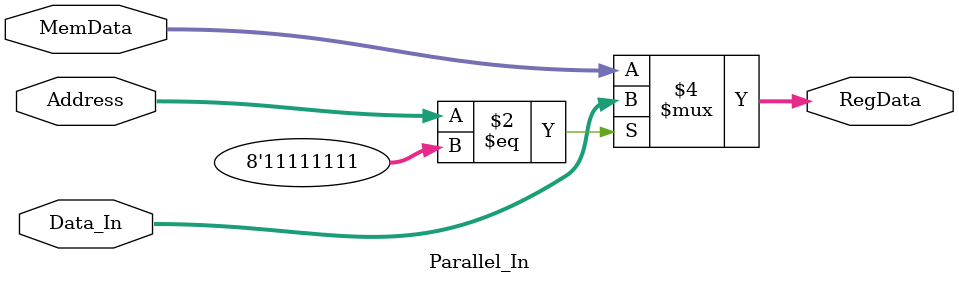
<source format=sv>
module Parallel_In(input logic [7:0] Address, Data_In, MemData, output logic[7:0] RegData);

always_comb begin
	if(Address == 8'hFF) begin
		RegData = Data_In;
	end
	else begin
		RegData = MemData;
	end
	
end

endmodule 
</source>
